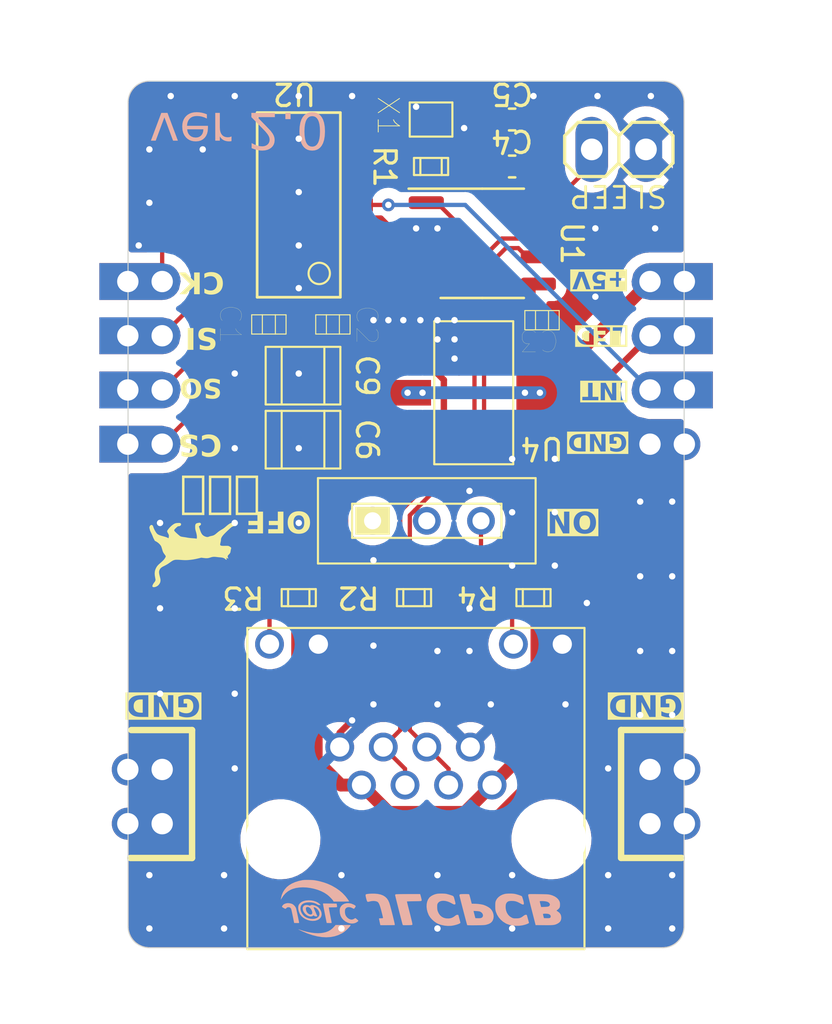
<source format=kicad_pcb>
(kicad_pcb (version 20221018) (generator pcbnew)
  (layers (0 "F.Cu" signal) (31 "B.Cu" signal) (34 "B.Paste" user) (35 "F.Paste" user) (36 "B.SilkS" user "B.Silkscreen") (37 "F.SilkS" user "F.Silkscreen") (38 "B.Mask" user) (39 "F.Mask" user) (44 "Edge.Cuts" user))
  (net 0 "")
  (net 1 "Net-(U$1-TXD)")
  (net 2 "GND")
  (net 3 "Net-(U$1-RXD)")
  (net 4 "+3V3")
  (net 5 "Net-(U$1-S)")
  (net 6 "Net-(C5-Pad1)")
  (net 7 "Net-(C4-Pad1)")
  (net 9 "Net-(R2-PadLEFT)")
  (net 10 "+5V")
  (net 11 "Net-(R3-PadRIGHT)")
  (net 12 "Net-(R4-PadLEFT)")
  (net 16 "/CS")
  (net 17 "Net-(R1-PadLEFT)")
  (net 18 "/SCK")
  (net 19 "/MOSI")
  (net 20 "/MISO")
  (net 21 "/COM_LED")
  (net 22 "/CAN-")
  (net 23 "/CAN+")
  (net 24 "/INT")
  (footprint "CANFD_module:AZ1117C" (layer "F.Cu") (at 135.2 93.4 -90)
    (fp_text reference "U4" (at 2.6 -3.2 -180 unlocked) (layer "F.SilkS"))
    (fp_text value "AZ1117CH-3.3TRG1")
    (pad "GND" smd rect (at -2.3 3.1 270) (size 1.2 2.2) (layers "F.Cu" "F.Paste" "F.Mask") (net 2 "GND"))
    (pad "INPUT" smd rect (at 2.3 3.1 270) (size 1.2 2.2) (layers "F.Cu" "F.Paste" "F.Mask") (net 10 "+5V"))
    (pad "OUTPUT" smd rect (at 0 3.1 270) (size 1.2 2.2) (layers "F.Cu" "F.Paste" "F.Mask") (net 4 "+3V3"))
    (pad "VOUT" smd rect (at 0 -3.1 270) (size 3.5 2.2) (layers "F.Cu" "F.Paste" "F.Mask") (net 4 "+3V3"))
  )
  (footprint "CANFD_module:1X04" (layer "F.Cu") (at 143.46 92 -90)
    (fp_text reference "JP2" hide)
    (fp_text value "PINHEAD(4)_RASPICO")
    (fp_poly (pts (xy -2.9465 0.007155) (xy -3.029718 0.371756) (xy -3.134575 0.538634) (xy -3.271366 0.675425) (xy -3.435167 0.778349) (xy -3.617763 0.842242) (xy -3.813611 0.864309) (xy -4.181756 0.780282) (xy -4.348634 0.675425) (xy -4.485425 0.538634) (xy -4.588349 0.374833) (xy -4.652242 0.192237) (xy -4.6735 0.003566) (xy -4.6735 -2.9435) (xy -2.9465 -2.9435)) (fill solid) (layer "F.Cu"))
    (fp_poly (pts (xy -0.4065 0.007155) (xy -0.489718 0.371756) (xy -0.594575 0.538634) (xy -0.731366 0.675425) (xy -0.895167 0.778349) (xy -1.077763 0.842242) (xy -1.273611 0.864309) (xy -1.641756 0.780282) (xy -1.808634 0.675425) (xy -1.945425 0.538634) (xy -2.048349 0.374833) (xy -2.112242 0.192237) (xy -2.1335 0.003566) (xy -2.1335 -2.9435) (xy -0.4065 -2.9435)) (fill solid) (layer "F.Cu"))
    (fp_poly (pts (xy 2.1335 0.007155) (xy 2.050282 0.371756) (xy 1.945425 0.538634) (xy 1.808634 0.675425) (xy 1.644833 0.778349) (xy 1.462237 0.842242) (xy 1.266389 0.864309) (xy 0.898244 0.780282) (xy 0.731366 0.675425) (xy 0.594575 0.538634) (xy 0.491651 0.374833) (xy 0.427758 0.192237) (xy 0.4065 0.003566) (xy 0.4065 -2.9435) (xy 2.1335 -2.9435)) (fill solid) (layer "F.Cu"))
    (fp_poly (pts (xy -2.9465 0.007155) (xy -3.029718 0.371756) (xy -3.134575 0.538634) (xy -3.271366 0.675425) (xy -3.435167 0.778349) (xy -3.617763 0.842242) (xy -3.813611 0.864309) (xy -4.181756 0.780282) (xy -4.348634 0.675425) (xy -4.485425 0.538634) (xy -4.588349 0.374833) (xy -4.652242 0.192237) (xy -4.6735 0.003566) (xy -4.6735 -2.9435) (xy -2.9465 -2.9435)) (fill solid) (layer "B.Cu"))
    (fp_poly (pts (xy -0.4065 0.007155) (xy -0.489718 0.371756) (xy -0.594575 0.538634) (xy -0.731366 0.675425) (xy -0.895167 0.778349) (xy -1.077763 0.842242) (xy -1.273611 0.864309) (xy -1.641756 0.780282) (xy -1.808634 0.675425) (xy -1.945425 0.538634) (xy -2.048349 0.374833) (xy -2.112242 0.192237) (xy -2.1335 0.003566) (xy -2.1335 -2.9435) (xy -0.4065 -2.9435)) (fill solid) (layer "B.Cu"))
    (fp_poly (pts (xy 2.1335 0.007155) (xy 2.050282 0.371756) (xy 1.945425 0.538634) (xy 1.808634 0.675425) (xy 1.644833 0.778349) (xy 1.462237 0.842242) (xy 1.266389 0.864309) (xy 0.898244 0.780282) (xy 0.731366 0.675425) (xy 0.594575 0.538634) (xy 0.491651 0.374833) (xy 0.427758 0.192237) (xy 0.4065 0.003566) (xy 0.4065 -2.9435) (xy 2.1335 -2.9435)) (fill solid) (layer "B.Cu"))
    (pad "PIN1" thru_hole circle (at -3.81 0 270) (size 1.5 1.5) (drill 1) (layers "*.Cu" "*.Mask") (net 10 "+5V"))
    (pad "PIN1_" thru_hole circle (at -3.81 -1.61 270) (size 1.5 1.5) (drill 1) (layers "*.Cu" "*.Mask") (net 10 "+5V"))
    (pad "PIN2" thru_hole circle (at -1.27 0 270) (size 1.5 1.5) (drill 1) (layers "*.Cu" "*.Mask") (net 21 "/COM_LED"))
    (pad "PIN2_" thru_hole circle (at -1.27 -1.61 270) (size 1.5 1.5) (drill 1) (layers "*.Cu" "*.Mask") (net 21 "/COM_LED"))
    (pad "PIN3" thru_hole circle (at 1.27 0 270) (size 1.5 1.5) (drill 1) (layers "*.Cu" "*.Mask") (net 24 "/INT"))
    (pad "PIN3_" thru_hole circle (at 1.27 -1.61 270) (size 1.5 1.5) (drill 1) (layers "*.Cu" "*.Mask") (net 24 "/INT"))
    (pad "PIN4" thru_hole circle (at 3.81 0 270) (size 1.5 1.5) (drill 1) (layers "*.Cu" "*.Mask") (net 2 "GND"))
    (pad "PIN4_" thru_hole circle (at 3.81 -1.61 270) (size 1.5 1.5) (drill 1) (layers "*.Cu" "*.Mask") (net 2 "GND"))
  )
  (footprint "Capacitor_SMD:C_0603_1608Metric_Pad1.08x0.95mm_HandSolder" (layer "F.Cu") (at 137 82.8)
    (fp_text reference "C4" (at 0 -1.2 180 unlocked) (layer "F.SilkS"))
    (fp_text value "GRM0225C1E6R0BA03L")
    (pad "1" smd roundrect (at -0.8625 0) (size 1.075 0.95) (layers "F.Cu" "F.Paste" "F.Mask") (net 7 "Net-(C4-Pad1)"))
    (pad "2" smd roundrect (at 0.8625 0) (size 1.075 0.95) (layers "F.Cu" "F.Paste" "F.Mask") (net 2 "GND"))
  )
  (footprint "Package_SO:SOP-8_3.9x4.9mm_P1.27mm" (layer "F.Cu") (at 135.6 86.4)
    (fp_text reference "U1" (at 4.2 0 -90 unlocked) (layer "F.SilkS"))
    (fp_text value "MCP2558FD" hide)
    (pad "1" smd roundrect (at -2.625 -1.905) (size 1.65 0.6) (layers "F.Cu" "F.Paste" "F.Mask") (net 1 "Net-(U$1-TXD)"))
    (pad "2" smd roundrect (at -2.625 -0.635) (size 1.65 0.6) (layers "F.Cu" "F.Paste" "F.Mask") (net 2 "GND"))
    (pad "3" smd roundrect (at -2.625 0.635) (size 1.65 0.6) (layers "F.Cu" "F.Paste" "F.Mask") (net 10 "+5V"))
    (pad "4" smd roundrect (at -2.625 1.905) (size 1.65 0.6) (layers "F.Cu" "F.Paste" "F.Mask") (net 3 "Net-(U$1-RXD)"))
    (pad "5" smd roundrect (at 2.625 1.905) (size 1.65 0.6) (layers "F.Cu" "F.Paste" "F.Mask") (net 4 "+3V3"))
    (pad "6" smd roundrect (at 2.625 0.635) (size 1.65 0.6) (layers "F.Cu" "F.Paste" "F.Mask") (net 22 "/CAN-"))
    (pad "7" smd roundrect (at 2.625 -0.635) (size 1.65 0.6) (layers "F.Cu" "F.Paste" "F.Mask") (net 23 "/CAN+"))
    (pad "8" smd roundrect (at 2.625 -1.905) (size 1.65 0.6) (layers "F.Cu" "F.Paste" "F.Mask") (net 5 "Net-(U$1-S)"))
  )
  (footprint "CANFD_module:MCP2517FD" (layer "F.Cu") (at 129.7 88.41 90)
    (fp_text reference "U2" (at 9.01 -2.9 180 unlocked) (layer "F.SilkS"))
    (fp_text value "MCP2517FD")
    (pad "CLKO/SOF" smd rect (at 2.54 0 90) (size 0.6 1.55) (layers "F.Cu" "F.Paste" "F.Mask"))
    (pad "INT" smd rect (at 3.81 0 90) (size 0.6 1.55) (layers "F.Cu" "F.Paste" "F.Mask") (net 24 "/INT"))
    (pad "INT0/GPIO0" smd rect (at 6.35 -5.4 90) (size 0.6 1.55) (layers "F.Cu" "F.Paste" "F.Mask"))
    (pad "INT1/GPIO1" smd rect (at 7.62 -5.4 90) (size 0.6 1.55) (layers "F.Cu" "F.Paste" "F.Mask"))
    (pad "NCS" smd rect (at 1.27 -5.4 90) (size 0.6 1.55) (layers "F.Cu" "F.Paste" "F.Mask") (net 16 "/CS"))
    (pad "OSC1" smd rect (at 6.35 0 90) (size 0.6 1.55) (layers "F.Cu" "F.Paste" "F.Mask") (net 6 "Net-(C5-Pad1)"))
    (pad "OSC2" smd rect (at 5.08 0 90) (size 0.6 1.55) (layers "F.Cu" "F.Paste" "F.Mask") (net 17 "Net-(R1-PadLEFT)"))
    (pad "RXCAN" smd rect (at 1.27 0 90) (size 0.6 1.55) (layers "F.Cu" "F.Paste" "F.Mask") (net 3 "Net-(U$1-RXD)"))
    (pad "SCK" smd rect (at 5.08 -5.4 90) (size 0.6 1.55) (layers "F.Cu" "F.Paste" "F.Mask") (net 18 "/SCK"))
    (pad "SDI" smd rect (at 3.81 -5.4 90) (size 0.6 1.55) (layers "F.Cu" "F.Paste" "F.Mask") (net 19 "/MOSI"))
    (pad "SDO" smd rect (at 2.54 -5.4 90) (size 0.6 1.55) (layers "F.Cu" "F.Paste" "F.Mask") (net 20 "/MISO"))
    (pad "TXCAN" smd rect (at 0 0 90) (size 0.6 1.55) (layers "F.Cu" "F.Paste" "F.Mask") (net 1 "Net-(U$1-TXD)"))
    (pad "VDD" smd rect (at 0 -5.4 90) (size 0.6 1.55) (layers "F.Cu" "F.Paste" "F.Mask") (net 4 "+3V3"))
    (pad "VSS" smd rect (at 7.62 0 90) (size 0.6 1.55) (layers "F.Cu" "F.Paste" "F.Mask") (net 2 "GND"))
  )
  (footprint "CANFD_module:CR0603" (layer "F.Cu") (at 127 103 180)
    (fp_text reference "R3" (at 2.6 0 180 unlocked) (layer "F.SilkS"))
    (fp_text value "150")
    (pad "LEFT" smd rect (at -1 0 180) (size 1 1.2) (layers "F.Cu" "F.Paste" "F.Mask") (net 21 "/COM_LED"))
    (pad "RIGHT" smd rect (at 1 0 180) (size 1 1.2) (layers "F.Cu" "F.Paste" "F.Mask") (net 11 "Net-(R3-PadRIGHT)"))
  )
  (footprint "CANFD_module:1X02" (layer "F.Cu") (at 142 82 180)
    (fp_text reference "SLEEP" (at 2.4 -1.6 180 unlocked) (layer "F.SilkS") (effects (font (thickness 0.127)) (justify right bottom)))
    (fp_text value "PINHD-1X2")
    (pad "1" thru_hole oval (at -1.27 0 270) (size 3.048 1.524) (drill 1.016) (layers "*.Cu" "*.Mask") (net 2 "GND"))
    (pad "2" thru_hole oval (at 1.27 0 270) (size 3.048 1.524) (drill 1.016) (layers "*.Cu" "*.Mask") (net 5 "Net-(U$1-S)"))
  )
  (footprint "Capacitor_SMD:C_0603_1608Metric_Pad1.08x0.95mm_HandSolder" (layer "F.Cu") (at 137 80.6)
    (fp_text reference "C5" (at 0 -1.2 180 unlocked) (layer "F.SilkS"))
    (fp_text value "GRM0225C1E6R0BA03L")
    (pad "1" smd roundrect (at -0.8625 0) (size 1.075 0.95) (layers "F.Cu" "F.Paste" "F.Mask") (net 6 "Net-(C5-Pad1)"))
    (pad "2" smd roundrect (at 0.8625 0) (size 1.075 0.95) (layers "F.Cu" "F.Paste" "F.Mask") (net 2 "GND"))
  )
  (footprint "CANFD_module:1X04" (layer "F.Cu") (at 120.6 92 90)
    (fp_text reference "JP3" hide)
    (fp_text value "PINHEAD(4)_RASPICO")
    (fp_poly (pts (xy -2.9465 0.007155) (xy -3.029718 0.371756) (xy -3.134575 0.538634) (xy -3.271366 0.675425) (xy -3.435167 0.778349) (xy -3.617763 0.842242) (xy -3.813611 0.864309) (xy -4.181756 0.780282) (xy -4.348634 0.675425) (xy -4.485425 0.538634) (xy -4.588349 0.374833) (xy -4.652242 0.192237) (xy -4.6735 0.003566) (xy -4.6735 -2.9435) (xy -2.9465 -2.9435)) (fill solid) (layer "F.Cu"))
    (fp_poly (pts (xy -0.4065 0.007155) (xy -0.489718 0.371756) (xy -0.594575 0.538634) (xy -0.731366 0.675425) (xy -0.895167 0.778349) (xy -1.077763 0.842242) (xy -1.273611 0.864309) (xy -1.641756 0.780282) (xy -1.808634 0.675425) (xy -1.945425 0.538634) (xy -2.048349 0.374833) (xy -2.112242 0.192237) (xy -2.1335 0.003566) (xy -2.1335 -2.9435) (xy -0.4065 -2.9435)) (fill solid) (layer "F.Cu"))
    (fp_poly (pts (xy 2.1335 0.007155) (xy 2.050282 0.371756) (xy 1.945425 0.538634) (xy 1.808634 0.675425) (xy 1.644833 0.778349) (xy 1.462237 0.842242) (xy 1.266389 0.864309) (xy 0.898244 0.780282) (xy 0.731366 0.675425) (xy 0.594575 0.538634) (xy 0.491651 0.374833) (xy 0.427758 0.192237) (xy 0.4065 0.003566) (xy 0.4065 -2.9435) (xy 2.1335 -2.9435)) (fill solid) (layer "F.Cu"))
    (fp_poly (pts (xy 4.6735 0.007155) (xy 4.590282 0.371756) (xy 4.485425 0.538634) (xy 4.348634 0.675425) (xy 4.184833 0.778349) (xy 4.002237 0.842242) (xy 3.806389 0.864309) (xy 3.438244 0.780282) (xy 3.271366 0.675425) (xy 3.134575 0.538634) (xy 3.031651 0.374833) (xy 2.967758 0.192237) (xy 2.9465 0.003566) (xy 2.9465 -2.9435) (xy 4.6735 -2.9435)) (fill solid) (layer "F.Cu"))
    (fp_poly (pts (xy -2.9465 0.007155) (xy -3.029718 0.371756) (xy -3.134575 0.538634) (xy -3.271366 0.675425) (xy -3.435167 0.778349) (xy -3.617763 0.842242) (xy -3.813611 0.864309) (xy -4.181756 0.780282) (xy -4.348634 0.675425) (xy -4.485425 0.538634) (xy -4.588349 0.374833) (xy -4.652242 0.192237) (xy -4.6735 0.003566) (xy -4.6735 -2.9435) (xy -2.9465 -2.9435)) (fill solid) (layer "B.Cu"))
    (fp_poly (pts (xy -0.4065 0.007155) (xy -0.489718 0.371756) (xy -0.594575 0.538634) (xy -0.731366 0.675425) (xy -0.895167 0.778349) (xy -1.077763 0.842242) (xy -1.273611 0.864309) (xy -1.641756 0.780282) (xy -1.808634 0.675425) (xy -1.945425 0.538634) (xy -2.048349 0.374833) (xy -2.112242 0.192237) (xy -2.1335 0.003566) (xy -2.1335 -2.9435) (xy -0.4065 -2.9435)) (fill solid) (layer "B.Cu"))
    (fp_poly (pts (xy 2.1335 0.007155) (xy 2.050282 0.371756) (xy 1.945425 0.538634) (xy 1.808634 0.675425) (xy 1.644833 0.778349) (xy 1.462237 0.842242) (xy 1.266389 0.864309) (xy 0.898244 0.780282) (xy 0.731366 0.675425) (xy 0.594575 0.538634) (xy 0.491651 0.374833) (xy 0.427758 0.192237) (xy 0.4065 0.003566) (xy 0.4065 -2.9435) (xy 2.1335 -2.9435)) (fill solid) (layer "B.Cu"))
    (fp_poly (pts (xy 4.6735 0.007155) (xy 4.590282 0.371756) (xy 4.485425 0.538634) (xy 4.348634 0.675425) (xy 4.184833 0.778349) (xy 4.002237 0.842242) (xy 3.806389 0.864309) (xy 3.438244 0.780282) (xy 3.271366 0.675425) (xy 3.134575 0.538634) (xy 3.031651 0.374833) (xy 2.967758 0.192237) (xy 2.9465 0.003566) (xy 2.9465 -2.9435) (xy 4.6735 -2.9435)) (fill solid) (layer "B.Cu"))
    (pad "PIN1" thru_hole circle (at -3.81 0 90) (size 1.5 1.5) (drill 1) (layers "*.Cu" "*.Mask") (net 16 "/CS"))
    (pad "PIN1_" thru_hole circle (at -3.81 -1.61 90) (size 1.5 1.5) (drill 1) (layers "*.Cu" "*.Mask") (net 16 "/CS"))
    (pad "PIN2" thru_hole circle (at -1.27 0 90) (size 1.5 1.5) (drill 1) (layers "*.Cu" "*.Mask") (net 20 "/MISO"))
    (pad "PIN2_" thru_hole circle (at -1.27 -1.61 90) (size 1.5 1.5) (drill 1) (layers "*.Cu" "*.Mask") (net 20 "/MISO"))
    (pad "PIN3" thru_hole circle (at 1.27 0 90) (size 1.5 1.5) (drill 1) (layers "*.Cu" "*.Mask") (net 19 "/MOSI"))
    (pad "PIN3_" thru_hole circle (at 1.27 -1.61 90) (size 1.5 1.5) (drill 1) (layers "*.Cu" "*.Mask") (net 19 "/MOSI"))
    (pad "PIN4" thru_hole circle (at 3.81 0 90) (size 1.5 1.5) (drill 1) (layers "*.Cu" "*.Mask") (net 18 "/SCK"))
    (pad "PIN4_" thru_hole circle (at 3.81 -1.61 90) (size 1.5 1.5) (drill 1) (layers "*.Cu" "*.Mask") (net 18 "/SCK"))
  )
  (footprint "CANFD_module:MTJ-88ARX1-LH" (layer "F.Cu") (at 126.14 114.32)
    (fp_text reference "RJ45_1" hide)
    (fp_text value "MTJ-88ARX1-LH" hide)
    (pad "" np_thru_hole circle (at 0 0) (size 3.25 3.25) (drill 3.25) (layers "*.Cu" "*.Mask"))
    (pad "" np_thru_hole circle (at 12.7 0) (size 3.25 3.25) (drill 3.25) (layers "*.Cu" "*.Mask"))
    (pad "1" thru_hole circle (at 9.92 -2.54) (size 1.35 1.35) (drill 0.9) (layers "*.Cu" "*.Mask") (net 10 "+5V"))
    (pad "2" thru_hole circle (at 8.9 -4.32) (size 1.35 1.35) (drill 0.9) (layers "*.Cu" "*.Mask") (net 2 "GND"))
    (pad "3" thru_hole circle (at 7.88 -2.54) (size 1.35 1.35) (drill 0.9) (layers "*.Cu" "*.Mask") (net 22 "/CAN-"))
    (pad "4" thru_hole circle (at 6.86 -4.32) (size 1.35 1.35) (drill 0.9) (layers "*.Cu" "*.Mask") (net 22 "/CAN-"))
    (pad "5" thru_hole circle (at 5.84 -2.54) (size 1.35 1.35) (drill 0.9) (layers "*.Cu" "*.Mask") (net 23 "/CAN+"))
    (pad "6" thru_hole circle (at 4.82 -4.32) (size 1.35 1.35) (drill 0.9) (layers "*.Cu" "*.Mask") (net 23 "/CAN+"))
    (pad "7" thru_hole circle (at 3.8 -2.54) (size 1.35 1.35) (drill 0.9) (layers "*.Cu" "*.Mask") (net 10 "+5V"))
    (pad "8" thru_hole circle (at 2.78 -4.32) (size 1.35 1.35) (drill 0.9) (layers "*.Cu" "*.Mask") (net 2 "GND"))
    (pad "LED1_A" thru_hole circle (at -0.51 -9.14) (size 1.35 1.35) (drill 0.9) (layers "*.Cu" "*.Mask") (net 11 "Net-(R3-PadRIGHT)"))
    (pad "LED1_K" thru_hole circle (at 1.78 -9.14) (size 1.35 1.35) (drill 0.9) (layers "*.Cu" "*.Mask") (net 2 "GND"))
    (pad "LED2_A" thru_hole circle (at 10.92 -9.14) (size 1.35 1.35) (drill 0.9) (layers "*.Cu" "*.Mask") (net 12 "Net-(R4-PadLEFT)"))
    (pad "LED2_K" thru_hole circle (at 13.21 -9.14) (size 1.35 1.35) (drill 0.9) (layers "*.Cu" "*.Mask") (net 2 "GND"))
  )
  (footprint "CANFD_module:CR0603" (layer "F.Cu") (at 138 103)
    (fp_text reference "R4" (at -2.6 0 180 unlocked) (layer "F.SilkS"))
    (fp_text value "150")
    (pad "LEFT" smd rect (at -1 0) (size 1 1.2) (layers "F.Cu" "F.Paste" "F.Mask") (net 12 "Net-(R4-PadLEFT)"))
    (pad "RIGHT" smd rect (at 1 0) (size 1 1.2) (layers "F.Cu" "F.Paste" "F.Mask") (net 10 "+5V"))
  )
  (footprint "CANFD_module:GCM188L81H104KA57" (layer "F.Cu") (at 125.6 90.2)
    (fp_text reference "C1" (at -2.4 -1 -90 unlocked) (layer "F.SilkS") (effects (font (thickness 0.008)) (justify left bottom)))
    (fp_text value "GCM188L81H104KA57" hide)
    (pad "P$1" smd rect (at -0.7 0) (size 0.7 0.8) (layers "F.Cu" "F.Paste" "F.Mask") (net 4 "+3V3"))
    (pad "P$2" smd rect (at 0.7 0) (size 0.7 0.8) (layers "F.Cu" "F.Paste" "F.Mask") (net 2 "GND"))
  )
  (footprint "CANFD_module:XRCGB40M000F4M00R0" (layer "F.Cu") (at 133.2 80.6 180)
    (fp_text reference "X1" (at 2.6 -0.8 270 unlocked) (layer "F.SilkS") (effects (font (thickness 0.04)) (justify right bottom)))
    (fp_text value "XRCGB40M000F4M01R0")
    (pad "1" smd rect (at -0.675 0.5 180) (size 0.75 0.7) (layers "F.Cu" "F.Paste" "F.Mask") (net 6 "Net-(C5-Pad1)"))
    (pad "2" smd rect (at 0.675 -0.5 180) (size 0.75 0.7) (layers "F.Cu" "F.Paste" "F.Mask") (net 7 "Net-(C4-Pad1)"))
    (pad "NC1" smd rect (at -0.675 -0.5 180) (size 0.75 0.7) (layers "F.Cu" "F.Paste" "F.Mask") (net 2 "GND"))
    (pad "NC2" smd rect (at 0.675 0.5 180) (size 0.75 0.7) (layers "F.Cu" "F.Paste" "F.Mask") (net 2 "GND"))
  )
  (footprint "CANFD_module:3225M" (layer "F.Cu") (at 127.2 95.6 180)
    (fp_text reference "C6" (at -3 0 270 unlocked) (layer "F.SilkS"))
    (fp_text value "GRM32ER71E226KE15" hide)
    (pad "L" smd rect (at -1.7 0 180) (size 1.2 2.3) (layers "F.Cu" "F.Paste" "F.Mask") (net 10 "+5V"))
    (pad "R" smd rect (at 1.7 0 180) (size 1.2 2.3) (layers "F.Cu" "F.Paste" "F.Mask") (net 2 "GND"))
  )
  (footprint "CANFD_module:CR0603" (layer "F.Cu") (at 132.4 103 180)
    (fp_text reference "R2" (at 2.6 0 180 unlocked) (layer "F.SilkS"))
    (fp_text value "120Ω")
    (pad "LEFT" smd rect (at -1 0 180) (size 1 1.2) (layers "F.Cu" "F.Paste" "F.Mask") (net 9 "Net-(R2-PadLEFT)"))
    (pad "RIGHT" smd rect (at 1 0 180) (size 1 1.2) (layers "F.Cu" "F.Paste" "F.Mask") (net 23 "/CAN+"))
  )
  (footprint "CANFD_module:3225M" (layer "F.Cu") (at 127.2 92.6 180)
    (fp_text reference "C9" (at -3 0 270 unlocked) (layer "F.SilkS"))
    (fp_text value "GRM32ER71E226KE15")
    (pad "L" smd rect (at -1.7 0 180) (size 1.2 2.3) (layers "F.Cu" "F.Paste" "F.Mask") (net 4 "+3V3"))
    (pad "R" smd rect (at 1.7 0 180) (size 1.2 2.3) (layers "F.Cu" "F.Paste" "F.Mask") (net 2 "GND"))
  )
  (footprint "CANFD_module:CR0603" (layer "F.Cu") (at 133.2 82.8)
    (fp_text reference "R1" (at -2.174269 0.005812 -90 unlocked) (layer "F.SilkS"))
    (fp_text value "0")
    (pad "LEFT" smd rect (at -1 0) (size 1 1.2) (layers "F.Cu" "F.Paste" "F.Mask") (net 17 "Net-(R1-PadLEFT)"))
    (pad "RIGHT" smd rect (at 1 0) (size 1 1.2) (layers "F.Cu" "F.Paste" "F.Mask") (net 7 "Net-(C4-Pad1)"))
  )
  (footprint "CANFD_module:hinyata" (layer "F.Cu") (at 122 101 180)
    (fp_text reference "G***" hide)
    (fp_text value "LOGO" hide)
  )
  (footprint "CANFD_module:SS-12SDP2" (layer "F.Cu") (at 133 99.4)
    (fp_text reference "SW1" hide)
    (fp_text value "SS-12SDP2")
    (pad "C" thru_hole circle (at 0 0) (size 1.3 1.3) (drill 0.8) (layers "*.Cu" "*.Mask") (net 22 "/CAN-"))
    (pad "L" thru_hole circle (at -2.54 0) (size 1.3 1.3) (drill 0.8) (layers "*.Cu" "*.Mask"))
    (pad "R" thru_hole circle (at 2.54 0) (size 1.3 1.3) (drill 0.8) (layers "*.Cu" "*.Mask") (net 9 "Net-(R2-PadLEFT)"))
  )
  (footprint "CANFD_module:PINHEAD_2_RASPICO" (layer "F.Cu") (at 143.46 112.32 -90)
    (fp_text reference "JP5" hide)
    (fp_text value "PINHEAD(2)_RASPICO")
    (pad "PIN1" thru_hole circle (at -1.27 0 270) (size 1.5 1.5) (drill 1) (layers "*.Cu" "*.Mask") (net 2 "GND"))
    (pad "PIN1_" thru_hole circle (at -1.27 -1.61 270) (size 1.5 1.5) (drill 1) (layers "*.Cu" "*.Mask") (net 2 "GND"))
    (pad "PIN2" thru_hole circle (at 1.27 0 270) (size 1.5 1.5) (drill 1) (layers "*.Cu" "*.Mask") (net 2 "GND"))
    (pad "PIN2_" thru_hole circle (at 1.27 -1.61 270) (size 1.5 1.5) (drill 1) (layers "*.Cu" "*.Mask") (net 2 "GND"))
  )
  (footprint "CANFD_module:PINHEAD_2_RASPICO" (layer "F.Cu") (at 120.6 112.32 90)
    (fp_text reference "JP4" hide)
    (fp_text value "PINHEAD(2)_RASPICO")
    (pad "PIN1" thru_hole circle (at -1.27 0 90) (size 1.5 1.5) (drill 1) (layers "*.Cu" "*.Mask") (net 2 "GND"))
    (pad "PIN1_" thru_hole circle (at -1.27 -1.61 90) (size 1.5 1.5) (drill 1) (layers "*.Cu" "*.Mask") (net 2 "GND"))
    (pad "PIN2" thru_hole circle (at 1.27 0 90) (size 1.5 1.5) (drill 1) (layers "*.Cu" "*.Mask") (net 2 "GND"))
    (pad "PIN2_" thru_hole circle (at 1.27 -1.61 90) (size 1.5 1.5) (drill 1) (layers "*.Cu" "*.Mask") (net 2 "GND"))
  )
  (footprint "CANFD_module:GCM188L81H104KA57" (layer "F.Cu") (at 138.4 90)
    (fp_text reference "C3" (at 0.843289 0.362027 180 unlocked) (layer "F.SilkS") (effects (font (thickness 0.008)) (justify left bottom)))
    (fp_text value "GCM188L81H104KA57")
    (pad "P$1" smd rect (at -0.7 0) (size 0.7 0.8) (layers "F.Cu" "F.Paste" "F.Mask") (net 4 "+3V3"))
    (pad "P$2" smd rect (at 0.7 0) (size 0.7 0.8) (layers "F.Cu" "F.Paste" "F.Mask") (net 2 "GND"))
  )
  (footprint "CANFD_module:GCM188L81H104KA57" (layer "F.Cu") (at 128.6 90.2 180)
    (fp_text reference "C2" (at -1 -1 270 unlocked) (layer "F.SilkS") (effects (font (thickness 0.008)) (justify right bottom)))
    (fp_text value "GCM188L81H104KA57" hide)
    (pad "P$1" smd rect (at -0.7 0 180) (size 0.7 0.8) (layers "F.Cu" "F.Paste" "F.Mask") (net 10 "+5V"))
    (pad "P$2" smd rect (at 0.7 0 180) (size 0.7 0.8) (layers "F.Cu" "F.Paste" "F.Mask") (net 2 "GND"))
  )
  (footprint "CANFD_module:JLCPCB" (layer "B.Cu") (at 132.8 117)
    (fp_text reference "G***" hide)
    (fp_text value "LOGO" hide)
  )
  (gr_line (start 122 109.2028) (end 119.1552 109.2028) (stroke (width 0.3)) (layer "F.SilkS"))
  (gr_line (start 119.1044 115.1972) (end 122 115.1972) (stroke (width 0.3)) (layer "F.SilkS"))
  (gr_line (start 145 109.2) (end 142.1044 109.2) (stroke (width 0.3)) (layer "F.SilkS"))
  (gr_line (start 142.1044 109.2) (end 142.1044 115.1944) (stroke (width 0.3)) (layer "F.SilkS"))
  (gr_line (start 142.1044 115.1944) (end 144.9492 115.1944) (stroke (width 0.3)) (layer "F.SilkS"))
  (gr_line (start 122 115.1972) (end 122 109.2028) (stroke (width 0.3)) (layer "F.SilkS"))
  (gr_line (start 119 118.4) (end 119 79.8) (stroke (width 0.05)) (layer "Edge.Cuts"))
  (gr_arc (start 120 119.4) (mid 119.292893 119.107107) (end 119 118.4) (stroke (width 0.05)) (layer "Edge.Cuts"))
  (gr_arc (start 119 79.8) (mid 119.292893 79.092893) (end 120 78.8) (stroke (width 0.05)) (layer "Edge.Cuts"))
  (gr_arc (start 144.06 78.8) (mid 144.767107 79.092893) (end 145.06 79.8) (stroke (width 0.05)) (layer "Edge.Cuts"))
  (gr_arc (start 145.06 118.4) (mid 144.767107 119.107107) (end 144.06 119.4) (stroke (width 0.05)) (layer "Edge.Cuts"))
  (gr_line (start 145.06 79.8) (end 145.06 118.4) (stroke (width 0.05)) (layer "Edge.Cuts"))
  (gr_line (start 144.06 119.4) (end 120 119.4) (stroke (width 0.05)) (layer "Edge.Cuts"))
  (gr_line (start 120 78.8) (end 144.06 78.8) (stroke (width 0.05)) (layer "Edge.Cuts"))
  (gr_text "ver 2.0" (at 120 80 180) (layer "B.SilkS") (effects (font (size 1.7 1.7) (thickness 0.25) italic) (justify left bottom mirror)))
  (gr_text "SO" (at 123.4 92.6 180) (layer "F.SilkS") (effects (font (size 0.9 0.9) (thickness 0.2) bold italic) (justify left bottom)))
  (gr_text "GND" (at 145 107.4 180) (layer "F.SilkS" knockout) (effects (font (size 1 1) (thickness 0.2) bold italic) (justify left bottom)))
  (gr_text "LED" (at 142.4 90.2 180) (layer "F.SilkS" knockout) (effects (font (size 0.8 0.8) (thickness 0.2) bold italic) (justify left bottom)))
  (gr_text "CS" (at 123.4 95.2 180) (layer "F.SilkS") (effects (font (size 1 1) (thickness 0.25) bold italic) (justify left bottom)))
  (gr_text "SI" (at 123.2 90.2 180) (layer "F.SilkS") (effects (font (size 1 1) (thickness 0.2) bold italic) (justify left bottom)))
  (gr_text "GND" (at 142.4 95.2 180) (layer "F.SilkS" knockout) (effects (font (size 0.8 0.8) (thickness 0.2) bold italic) (justify left bottom)))
  (gr_text "ひなた" (at 125.2 97.4 180) (layer "F.SilkS") (effects (font (size 1.5 1.5) (thickness 0.1)) (justify left bottom)))
  (gr_text "OFF" (at 127.6 98.8 180) (layer "F.SilkS") (effects (font (size 1 1) (thickness 0.2) bold italic) (justify left bottom)))
  (gr_text "GND" (at 122.4 107.4 180) (layer "F.SilkS" knockout) (effects (font (size 1 1) (thickness 0.2) bold italic) (justify left bottom)))
  (gr_text "+5V" (at 142.4 87.6 180) (layer "F.SilkS" knockout) (effects (font (size 0.8 0.8) (thickness 0.2) bold italic) (justify left bottom)))
  (gr_text "ON" (at 141 98.8 180) (layer "F.SilkS" knockout) (effects (font (size 1 1) (thickness 0.2) bold italic) (justify left bottom)))
  (gr_text "INT" (at 142.4 92.8 180) (layer "F.SilkS" knockout) (effects (font (size 0.8 0.8) (thickness 0.2) bold italic) (justify left bottom)))
  (gr_text "CK" (at 123.513926 87.594901 180) (layer "F.SilkS") (effects (font (size 1 1) (thickness 0.2) bold italic) (justify left bottom)))
  (segment (start 130.63 89.34) (end 133.59 89.34) (width 0.2) (layer "F.Cu") (net 1))
  (segment (start 133.475 84.495) (end 132.975 84.495) (width 0.2) (layer "F.Cu") (net 1))
  (segment (start 134.371426 88.558574) (end 134.371426 85.391426) (width 0.2) (layer "F.Cu") (net 1))
  (segment (start 133.59 89.34) (end 134.371426 88.558574) (width 0.2) (layer "F.Cu") (net 1))
  (segment (start 134.371426 85.391426) (end 133.475 84.495) (width 0.2) (layer "F.Cu") (net 1))
  (segment (start 129.7 88.41) (end 130.63 89.34) (width 0.2) (layer "F.Cu") (net 1))
  (segment (start 143.46 95.81) (end 144.735 95.81) (width 0.6) (layer "F.Cu") (net 2))
  (segment (start 128.92 110) (end 128.92 109.33) (width 0.3) (layer "F.Cu") (net 2))
  (segment (start 128.92 109.33) (end 129.5 108.75) (width 0.3) (layer "F.Cu") (net 2))
  (via (at 129 116) (size 0.6) (drill 0.3) (layers "F.Cu" "B.Cu") (net 2))
  (via (at 124 107.5) (size 0.6) (drill 0.3) (layers "F.Cu" "B.Cu") (net 2))
  (via (at 143.7 85.7) (size 0.6) (drill 0.3) (layers "F.Cu" "B.Cu") (net 2))
  (via (at 140.9 85.7) (size 0.6) (drill 0.3) (layers "F.Cu" "B.Cu") (net 2))
  (via (at 120.5 107.5) (size 0.6) (drill 0.3) (layers "F.Cu" "B.Cu") (net 2))
  (via (at 119.5 86.5) (size 0.6) (drill 0.3) (layers "F.Cu" "B.Cu") (net 2))
  (via (at 132.5 85.7) (size 0.6) (drill 0.3) (layers "F.Cu" "B.Cu") (net 2))
  (via (at 137 116) (size 0.6) (drill 0.3) (layers "F.Cu" "B.Cu") (net 2))
  (via (at 124 103.5) (size 0.6) (drill 0.3) (layers "F.Cu" "B.Cu") (net 2))
  (via (at 143 102) (size 0.6) (drill 0.3) (layers "F.Cu" "B.Cu") (net 2))
  (via (at 122.5 82) (size 0.6) (drill 0.3) (layers "F.Cu" "B.Cu") (net 2))
  (via (at 136 108) (size 0.6) (drill 0.3) (layers "F.Cu" "B.Cu") (net 2))
  (via (at 132.5 80) (size 0.6) (drill 0.3) (layers "F.Cu" "B.Cu") (net 2))
  (via (at 130.5 101.25) (size 0.6) (drill 0.3) (layers "F.Cu" "B.Cu") (net 2))
  (via (at 144.5 108.5) (size 0.6) (drill 0.3) (layers "F.Cu" "B.Cu") (net 2))
  (via (at 130.5 108) (size 0.6) (drill 0.3) (layers "F.Cu" "B.Cu") (net 2))
  (via (at 127 84) (size 0.6) (drill 0.3) (layers "F.Cu" "B.Cu") (net 2))
  (via (at 129.5 108.75) (size 0.6) (drill 0.3) (layers "F.Cu" "B.Cu") (net 2))
  (via (at 124 111) (size 0.6) (drill 0.3) (layers "F.Cu" "B.Cu") (net 2))
  (via (at 143 108.5) (size 0.6) (drill 0.3) (layers "F.Cu" "B.Cu") (net 2))
  (via (at 134.3 90.9) (size 0.6) (drill 0.3) (layers "F.Cu" "B.Cu") (net 2))
  (via (at 141.5 118.5) (size 0.6) (drill 0.3) (layers "F.Cu" "B.Cu") (net 2))
  (via (at 141.5 116) (size 0.6) (drill 0.3) (layers "F.Cu" "B.Cu") (net 2))
  (via (at 140.5 103.25) (size 0.6) (drill 0.3) (layers "F.Cu" "B.Cu") (net 2))
  (via (at 135 98) (size 0.6) (drill 0.3) (layers "F.Cu" "B.Cu") (net 2))
  (via (at 144.5 105.5) (size 0.6) (drill 0.3) (layers "F.Cu" "B.Cu") (net 2))
  (via (at 127 92.5) (size 0.6) (drill 0.3) (layers "F.Cu" "B.Cu") (net 2))
  (via (at 143 98.5) (size 0.6) (drill 0.3) (layers "F.Cu" "B.Cu") (net 2))
  (via (at 121 79.5) (size 0.6) (drill 0.3) (layers "F.Cu" "B.Cu") (net 2))
  (via (at 133.5 90) (size 0.6) (drill 0.3) (layers "F.Cu" "B.Cu") (net 2))
  (via (at 144.5 102) (size 0.6) (drill 0.3) (layers "F.Cu" "B.Cu") (net 2))
  (via (at 132.7 90) (size 0.6) (drill 0.3) (layers "F.Cu" "B.Cu") (net 2))
  (via (at 134.3 91.8) (size 0.6) (drill 0.3) (layers "F.Cu" "B.Cu") (net 2))
  (via (at 120.5 99.5) (size 0.6) (drill 0.3) (layers "F.Cu" "B.Cu") (net 2))
  (via (at 120.5 103.5) (size 0.6) (drill 0.3) (layers "F.Cu" "B.Cu") (net 2))
  (via (at 124 79.5) (size 0.6) (drill 0.3) (layers "F.Cu" "B.Cu") (net 2))
  (via (at 133.5 90.9) (size 0.6) (drill 0.3) (layers "F.Cu" "B.Cu") (net 2))
  (via (at 133.5 105.5) (size 0.6) (drill 0.3) (layers "F.Cu" "B.Cu") (net 2))
  (via (at 127 81.5) (size 0.6) (drill 0.3) (layers "F.Cu" "B.Cu") (net 2))
  (via (at 123.5 116) (size 0.6) (drill 0.3) (layers "F.Cu" "B.Cu") (net 2))
  (via (at 129 118.5) (size 0.6) (drill 0.3) (layers "F.Cu" "B.Cu") (net 2))
  (via (at 133.5 116) (size 0.6) (drill 0.3) (layers "F.Cu" "B.Cu") (net 2))
  (via (at 124 99.5) (size 0.6) (drill 0.3) (layers "F.Cu" "B.Cu") (net 2))
  (via (at 144.5 98.5) (size 0.6) (drill 0.3) (layers "F.Cu" "B.Cu") (net 2))
  (via (at 127 86.5) (size 0.6) (drill 0.3) (layers "F.Cu" "B.Cu") (net 2))
  (via (at 137 118.5) (size 0.6) (drill 0.3) (layers "F.Cu" "B.Cu") (net 2))
  (via (at 134.75 81) (size 0.6) (drill 0.3) (layers "F.Cu" "B.Cu") (net 2))
  (via (at 139.5 108) (size 0.6) (drill 0.3) (layers "F.Cu" "B.Cu") (net 2))
  (via (at 120 118.5) (size 0.6) (drill 0.3) (layers "F.Cu" "B.Cu") (net 2))
  (via (at 137 101.5) (size 0.6) (drill 0.3) (layers "F.Cu" "B.Cu") (net 2))
  (via (at 120 82) (size 0.6) (drill 0.3) (layers "F.Cu" "B.Cu") (net 2))
  (via (at 143 105.5) (size 0.6) (drill 0.3) (layers "F.Cu" "B.Cu") (net 2))
  (via (at 138 79.5) (size 0.6) (drill 0.3) (layers "F.Cu" "B.Cu") (net 2))
  (via (at 133.5 108) (size 0.6) (drill 0.3) (layers "F.Cu" "B.Cu") (net 2))
  (via (at 130.5 90) (size 0.6) (drill 0.3) (layers "F.Cu" "B.Cu") (net 2))
  (via (at 127 99.5) (size 0.6) (drill 0.3) (layers "F.Cu" "B.Cu") (net 2))
  (via (at 143.5 79.5) (size 0.6) (drill 0.3) (layers "F.Cu" "B.Cu") (net 2))
  (via (at 141.5 111) (size 0.6) (drill 0.3) (layers "F.Cu" "B.Cu") (net 2))
  (via (at 127 88.5) (size 0.6) (drill 0.3) (layers "F.Cu" "B.Cu") (net 2))
  (via (at 131.2 90) (size 0.6) (drill 0.3) (layers "F.Cu" "B.Cu") (net 2))
  (via (at 124 92.5) (size 0.6) (drill 0.3) (layers "F.Cu" "B.Cu") (net 2))
  (via (at 130.5 105.25) (size 0.6) (drill 0.3) (layers "F.Cu" "B.Cu") (net 2))
  (via (at 135 105.5) (size 0.6) (drill 0.3) (layers "F.Cu" "B.Cu") (net 2))
  (via (at 139 96.5) (size 0.6) (drill 0.3) (layers "F.Cu" "B.Cu") (net 2))
  (via (at 141 79.5) (size 0.6) (drill 0.3) (layers "F.Cu" "B.Cu") (net 2))
  (via (at 133.5 118.5) (size 0.6) (drill 0.3) (layers "F.Cu" "B.Cu") (net 2))
  (via (at 127 96) (size 0.6) (drill 0.3) (layers "F.Cu" "B.Cu") (net 2))
  (via (at 129.5 79.5) (size 0.6) (drill 0.3) (layers "F.Cu" "B.Cu") (net 2))
  (via (at 123.5 118.5) (size 0.6) (drill 0.3) (layers "F.Cu" "B.Cu") (net 2))
  (via (at 131.9 90) (size 0.6) (drill 0.3) (layers "F.Cu" "B.Cu") (net 2))
  (via (at 134.3 90) (size 0.6) (drill 0.3) (layers "F.Cu" "B.Cu") (net 2))
  (via (at 139 101.5) (size 0.6) (drill 0.3) (layers "F.Cu" "B.Cu") (net 2))
  (via (at 139 99) (size 0.6) (drill 0.3) (layers "F.Cu" "B.Cu") (net 2))
  (via (at 135 103.5) (size 0.6) (drill 0.3) (layers "F.Cu" "B.Cu") (net 2))
  (via (at 144.5 118.5) (size 0.6) (drill 0.3) (layers "F.Cu" "B.Cu") (net 2))
  (via (at 133.5 85.7) (size 0.6) (drill 0.3) (layers "F.Cu" "B.Cu") (net 2))
  (via (at 140.9 88.9) (size 0.6) (drill 0.3) (layers "F.Cu" "B.Cu") (net 2))
  (via (at 137 96.5) (size 0.6) (drill 0.3) (layers "F.Cu" "B.Cu") (net 2))
  (via (at 144.5 116) (size 0.6) (drill 0.3) (layers "F.Cu" "B.Cu") (net 2))
  (via (at 124 96) (size 0.6) (drill 0.3) (layers "F.Cu" "B.Cu") (net 2))
  (via (at 120 116) (size 0.6) (drill 0.3) (layers "F.Cu" "B.Cu") (net 2))
  (via (at 137 99) (size 0.6) (drill 0.3) (layers "F.Cu" "B.Cu") (net 2))
  (via (at 120 84.5) (size 0.6) (drill 0.3) (layers "F.Cu" "B.Cu") (net 2))
  (via (at 127 79.5) (size 0.6) (drill 0.3) (layers "F.Cu" "B.Cu") (net 2))
  (segment (start 131.34 88.305) (end 132.975 88.305) (width 0.2) (layer "F.Cu") (net 3))
  (segment (start 130.175 87.14) (end 131.34 88.305) (width 0.2) (layer "F.Cu") (net 3))
  (segment (start 129.7 87.14) (end 130.175 87.14) (width 0.2) (layer "F.Cu") (net 3))
  (segment (start 124.373 90.973) (end 127.273 90.973) (width 0.3) (layer "F.Cu") (net 4))
  (segment (start 124.2 89.7) (end 124.2 90.8) (width 0.3) (layer "F.Cu") (net 4))
  (segment (start 127.273 90.973) (end 128.9 92.6) (width 0.3) (layer "F.Cu") (net 4))
  (segment (start 129.7 93.4) (end 128.9 92.6) (width 0.6) (layer "F.Cu") (net 4))
  (segment (start 124.2 89.7) (end 124.25 89.7) (width 0.3) (layer "F.Cu") (net 4))
  (segment (start 124.75 90.2) (end 124.9 90.2) (width 0.3) (layer "F.Cu") (net 4))
  (segment (start 124.3 88.41) (end 124.2 88.51) (width 0.3) (layer "F.Cu") (net 4))
  (segment (start 137.7 90) (end 138 89.7) (width 0.2) (layer "F.Cu") (net 4))
  (segment (start 137.8 92.9) (end 137.8 90.1) (width 0.6) (layer "F.Cu") (net 4))
  (segment (start 138 89.7) (end 138 88.53) (width 0.2) (layer "F.Cu") (net 4))
  (segment (start 132.1 93.4) (end 129.7 93.4) (width 0.6) (layer "F.Cu") (net 4))
  (segment (start 138.3 93.4) (end 137.8 92.9) (width 0.6) (layer "F.Cu") (net 4))
  (segment (start 124.2 88.51) (end 124.2 89.7) (width 0.3) (layer "F.Cu") (net 4))
  (segment (start 124.25 89.7) (end 124.75 90.2) (width 0.3) (layer "F.Cu") (net 4))
  (segment (start 138 88.53) (end 138.225 88.305) (width 0.2) (layer "F.Cu") (net 4))
  (segment (start 137.8 90.1) (end 137.7 90) (width 0.6) (layer "F.Cu") (net 4))
  (segment (start 124.2 90.8) (end 124.373 90.973) (width 0.3) (layer "F.Cu") (net 4))
  (via (at 132.8 93.4) (size 0.6) (drill 0.3) (layers "F.Cu" "B.Cu") (net 4))
  (via (at 132.1 93.4) (size 0.6) (drill 0.3) (layers "F.Cu" "B.Cu") (net 4))
  (via (at 138.3 93.4) (size 0.6) (drill 0.3) (layers "F.Cu" "B.Cu") (net 4))
  (via (at 137.6 93.4) (size 0.6) (drill 0.3) (layers "F.Cu" "B.Cu") (net 4))
  (segment (start 132.1 93.4) (end 132.8 93.4) (width 0.6) (layer "B.Cu") (net 4))
  (segment (start 132.8 93.4) (end 137.6 93.4) (width 0.6) (layer "B.Cu") (net 4))
  (segment (start 137.6 93.4) (end 138.3 93.4) (width 0.6) (layer "B.Cu") (net 4))
  (segment (start 138.225 84.495) (end 138.945 84.495) (width 0.2) (layer "F.Cu") (net 5))
  (segment (start 140.73 82.71) (end 140.73 82) (width 0.2) (layer "F.Cu") (net 5))
  (segment (start 138.945 84.495) (end 140.73 82.71) (width 0.2) (layer "F.Cu") (net 5))
  (segment (start 131.97 79.28) (end 131.34 79.91) (width 0.2) (layer "F.Cu") (net 6))
  (segment (start 131.34 80.99) (end 130.27 82.06) (width 0.2) (layer "F.Cu") (net 6))
  (segment (start 133.875 80.1) (end 133.055 79.28) (width 0.2) (layer "F.Cu") (net 6))
  (segment (start 130.27 82.06) (end 129.7 82.06) (width 0.2) (layer "F.Cu") (net 6))
  (segment (start 133.875 80.1) (end 135.6375 80.1) (width 0.2) (layer "F.Cu") (net 6))
  (segment (start 131.34 79.91) (end 131.34 80.99) (width 0.2) (layer "F.Cu") (net 6))
  (segment (start 135.6375 80.1) (end 136.1375 80.6) (width 0.2) (layer "F.Cu") (net 6))
  (segment (start 133.055 79.28) (end 131.97 79.28) (width 0.2) (layer "F.Cu") (net 6))
  (segment (start 132.525 81.125) (end 134.2 82.8) (width 0.2) (layer "F.Cu") (net 7))
  (segment (start 132.525 81.1) (end 132.525 81.125) (width 0.2) (layer "F.Cu") (net 7))
  (segment (start 134.2 82.8) (end 136.1375 82.8) (width 0.2) (layer "F.Cu") (net 7))
  (segment (start 135.54 100.86) (end 133.4 103) (width 0.2) (layer "F.Cu") (net 9))
  (segment (start 135.54 99.4) (end 135.54 100.86) (width 0.2) (layer "F.Cu") (net 9))
  (segment (start 131.22 113.06) (end 134.78 113.06) (width 0.6) (layer "F.Cu") (net 10))
  (segment (start 128.9 95.6) (end 129.022 95.722) (width 0.6) (layer "F.Cu") (net 10))
  (segment (start 136.06 111.78) (end 138.162 109.678) (width 0.6) (layer "F.Cu") (net 10))
  (segment (start 130.877 92.2) (end 133.2 92.2) (width 0.3) (layer "F.Cu") (net 10))
  (segment (start 130.842218 85.242218) (end 132.635 87.035) (width 0.3) (layer "F.Cu") (net 10))
  (segment (start 129.022 106.978) (end 127.818 108.182) (width 0.6) (layer "F.Cu") (net 10))
  (segment (start 132.635 87.035) (end 132.975 87.035) (width 0.3) (layer "F.Cu") (net 10))
  (segment (start 129 95.7) (end 128.9 95.6) (width 0.6) (layer "F.Cu") (net 10))
  (segment (start 140.320593 91.329407) (end 143.46 88.19) (width 0.6) (layer "F.Cu") (net 10))
  (segment (start 129.022 95.722) (end 129.022 106.978) (width 0.6) (layer "F.Cu") (net 10))
  (segment (start 128.976002 111.78) (end 129.94 111.78) (width 0.6) (layer "F.Cu") (net 10))
  (segment (start 127.818 110.621998) (end 128.976002 111.78) (width 0.6) (layer "F.Cu") (net 10))
  (segment (start 138.162 103.838) (end 139 103) (width 0.6) (layer "F.Cu") (net 10))
  (segment (start 139 103) (end 140.320593 101.679407) (width 0.6) (layer "F.Cu") (net 10))
  (segment (start 128.307419 85.633581) (end 128.698782 85.242218) (width 0.3) (layer "F.Cu") (net 10))
  (segment (start 134.78 113.06) (end 136.06 111.78) (width 0.6) (layer "F.Cu") (net 10))
  (segment (start 128.307419 89.207419) (end 128.307419 85.633581) (width 0.3) (layer "F.Cu") (net 10))
  (segment (start 132.1 95.7) (end 129 95.7) (width 0.6) (layer "F.Cu") (net 10))
  (segment (start 127.818 108.182) (end 127.818 110.621998) (width 0.6) (layer "F.Cu") (net 10))
  (segment (start 138.162 109.678) (end 138.162 103.838) (width 0.6) (layer "F.Cu") (net 10))
  (segment (start 129.94 111.78) (end 131.22 113.06) (width 0.6) (layer "F.Cu") (net 10))
  (segment (start 133.2 92.2) (end 133.8 92.8) (width 0.3) (layer "F.Cu") (net 10))
  (segment (start 129.3 90.623) (end 130.877 92.2) (width 0.3) (layer "F.Cu") (net 10))
  (segment (start 143.46 88.19) (end 144.735 88.19) (width 0.6) (layer "F.Cu") (net 10))
  (segment (start 129.3 90.2) (end 129.3 90.623) (width 0.3) (layer "F.Cu") (net 10))
  (segment (start 129.3 90.2) (end 128.307419 89.207419) (width 0.3) (layer "F.Cu") (net 10))
  (segment (start 140.320593 101.679407) (end 140.320593 91.329407) (width 0.6) (layer "F.Cu") (net 10))
  (segment (start 128.698782 85.242218) (end 130.842218 85.242218) (width 0.3) (layer "F.Cu") (net 10))
  (segment (start 133.8 92.8) (end 133.8 94.6) (width 0.3) (layer "F.Cu") (net 10))
  (segment (start 133.8 94.6) (end 132.7 95.7) (width 0.3) (layer "F.Cu") (net 10))
  (segment (start 132.7 95.7) (end 132.1 95.7) (width 0.3) (layer "F.Cu") (net 10))
  (segment (start 125.63 105.18) (end 125.63 103.37) (width 0.2) (layer "F.Cu") (net 11))
  (segment (start 125.63 103.37) (end 126 103) (width 0.2) (layer "F.Cu") (net 11))
  (segment (start 137 103) (end 137 105.12) (width 0.2) (layer "F.Cu") (net 12))
  (segment (start 137 105.12) (end 137.06 105.18) (width 0.2) (layer "F.Cu") (net 12))
  (segment (start 120.6 95.81) (end 119.325 95.81) (width 0.6) (layer "F.Cu") (net 16))
  (segment (start 124.041 87.14) (end 124.3 87.14) (width 0.2) (layer "F.Cu") (net 16))
  (segment (start 123.15 88.031) (end 124.041 87.14) (width 0.2) (layer "F.Cu") (net 16))
  (segment (start 123.15 93.26) (end 123.15 88.031) (width 0.2) (layer "F.Cu") (net 16))
  (segment (start 120.6 95.81) (end 123.15 93.26) (width 0.2) (layer "F.Cu") (net 16))
  (segment (start 131.67 83.33) (end 132.2 82.8) (width 0.2) (layer "F.Cu") (net 17))
  (segment (start 129.7 83.33) (end 131.67 83.33) (width 0.2) (layer "F.Cu") (net 17))
  (segment (start 124.3 83.33) (end 123.26 83.33) (width 0.2) (layer "F.Cu") (net 18))
  (segment (start 120.6 85.99) (end 120.6 88.19) (width 0.2) (layer "F.Cu") (net 18))
  (segment (start 120.6 88.19) (end 119.325 88.19) (width 0.6) (layer "F.Cu") (net 18))
  (segment (start 123.26 83.33) (end 120.6 85.99) (width 0.2) (layer "F.Cu") (net 18))
  (segment (start 120.6 90.73) (end 119.325 90.73) (width 0.6) (layer "F.Cu") (net 19))
  (segment (start 123.45 84.6) (end 122.05 86) (width 0.2) (layer "F.Cu") (net 19))
  (segment (start 122.05 89.28) (end 120.6 90.73) (width 0.2) (layer "F.Cu") (net 19))
  (segment (start 122.05 86) (end 122.05 89.28) (width 0.2) (layer "F.Cu") (net 19))
  (segment (start 124.3 84.6) (end 123.45 84.6) (width 0.2) (layer "F.Cu") (net 19))
  (segment (start 122.56 86.66) (end 122.56 91.31) (width 0.2) (layer "F.Cu") (net 20))
  (segment (start 123.35 85.87) (end 122.56 86.66) (width 0.2) (layer "F.Cu") (net 20))
  (segment (start 124.3 85.87) (end 123.35 85.87) (width 0.2) (layer "F.Cu") (net 20))
  (segment (start 120.6 93.27) (end 119.325 93.27) (width 0.6) (layer "F.Cu") (net 20))
  (segment (start 122.56 91.31) (end 120.6 93.27) (width 0.2) (layer "F.Cu") (net 20))
  (segment (start 126.8 104.2) (end 126.8 111.8) (width 0.3) (layer "F.Cu") (net 21))
  (segment (start 141.6 107.8) (end 141.6 92.59) (width 0.3) (layer "F.Cu") (net 21))
  (segment (start 126.8 111.8) (end 129 114) (width 0.3) (layer "F.Cu") (net 21))
  (segment (start 129 114) (end 135.4 114) (width 0.3) (layer "F.Cu") (net 21))
  (segment (start 135.4 114) (end 141.6 107.8) (width 0.3) (layer "F.Cu") (net 21))
  (segment (start 143.46 90.73) (end 144.735 90.73) (width 0.6) (layer "F.Cu") (net 21))
  (segment (start 141.6 92.59) (end 143.46 90.73) (width 0.3) (layer "F.Cu") (net 21))
  (segment (start 128 103) (end 126.8 104.2) (width 0.3) (layer "F.Cu") (net 21))
  (segment (start 134.02 111.02) (end 134.02 111.78) (width 0.2) (layer "F.Cu") (net 22))
  (segment (start 132.205001 99.143199) (end 132.4491 98.8991) (width 0.2) (layer "F.Cu") (net 22))
  (segment (start 137.29 86.625) (end 137.7 87.035) (width 0.2) (layer "F.Cu") (net 22))
  (segment (start 135.685 87.6432) (end 136.7032 86.625) (width 0.2) (layer "F.Cu") (net 22))
  (segment (start 132.4991 98.8991) (end 133 99.4) (width 0.2) (layer "F.Cu") (net 22))
  (segment (start 133 110) (end 134.02 111.02) (width 0.2) (layer "F.Cu") (net 22))
  (segment (start 132.4491 98.8991) (end 132.4991 98.8991) (width 0.2) (layer "F.Cu") (net 22))
  (segment (start 136.7032 86.625) (end 137.29 86.625) (width 0.2) (layer "F.Cu") (net 22))
  (segment (start 133 110) (end 132.205001 109.205001) (width 0.2) (layer "F.Cu") (net 22))
  (segment (start 137.7 87.035) (end 138.225 87.035) (width 0.2) (layer "F.Cu") (net 22))
  (segment (start 135.685 95.6632) (end 135.685 87.6432) (width 0.2) (layer "F.Cu") (net 22))
  (segment (start 132.205001 109.205001) (end 132.205001 99.143199) (width 0.2) (layer "F.Cu") (net 22))
  (segment (start 132.4491 98.8991) (end 135.685 95.6632) (width 0.2) (layer "F.Cu") (net 22))
  (segment (start 130.96 110) (end 131.754999 109.205001) (width 0.2) (layer "F.Cu") (net 23))
  (segment (start 135.235 87.4568) (end 136.5168 86.175) (width 0.2) (layer "F.Cu") (net 23))
  (segment (start 131.734999 103) (end 131.754999 103.02) (width 0.2) (layer "F.Cu") (net 23))
  (segment (start 131.4 103) (end 131.734999 103) (width 0.2) (layer "F.Cu") (net 23))
  (segment (start 137.29 86.175) (end 137.7 85.765) (width 0.2) (layer "F.Cu") (net 23))
  (segment (start 136.5168 86.175) (end 137.29 86.175) (width 0.2) (layer "F.Cu") (net 23))
  (segment (start 131.754999 109.205001) (end 131.754999 103.02) (width 0.2) (layer "F.Cu") (net 23))
  (segment (start 131.754999 103.02) (end 131.754999 98.956801) (width 0.2) (layer "F.Cu") (net 23))
  (segment (start 131.98 111.02) (end 131.98 111.78) (width 0.2) (layer "F.Cu") (net 23))
  (segment (start 131.754999 98.956801) (end 135.235 95.4768) (width 0.2) (layer "F.Cu") (net 23))
  (segment (start 130.96 110) (end 131.98 111.02) (width 0.2) (layer "F.Cu") (net 23))
  (segment (start 135.235 95.4768) (end 135.235 87.4568) (width 0.2) (layer "F.Cu") (net 23))
  (segment (start 137.7 85.765) (end 138.225 85.765) (width 0.2) (layer "F.Cu") (net 23))
  (segment (start 143.46 93.27) (end 144.735 93.27) (width 0.6) (layer "F.Cu") (net 24))
  (segment (start 143.46 93.27) (end 143.46 93.06) (width 0.2) (layer "F.Cu") (net 24))
  (segment (start 129.7 84.6) (end 131.2 84.6) (width 0.2) (layer "F.Cu") (net 24))
  (via (at 131.2 84.6) (size 0.6) (drill 0.3) (layers "F.Cu" "B.Cu") (net 24))
  (segment (start 134.8 84.6) (end 143.46 93.26) (width 0.2) (layer "B.Cu") (net 24))
  (segment (start 143.46 93.26) (end 143.46 93.27) (width 0.2) (layer "B.Cu") (net 24))
  (segment (start 131.2 84.6) (end 134.8 84.6) (width 0.2) (layer "B.Cu") (net 24))
  (zone (net 0) (net_name "") (layer "F.Cu") (connect_pads (clearance 0)) (min_thickness 0.25)
    (keepout (tracks allowed) (vias allowed) (pads allowed) (copperpour not_allowed) (footprints allowed))
    (fill (thermal_gap 0.5) (thermal_bridge_width 0.5))
    (polygon (pts (xy 137 82.5) (xy 136.5 82.5) (xy 136.5 80.5) (xy 137 80.6)))
  )
  (zone (net 0) (net_name "") (layer "F.Cu") (name "GND") (connect_pads (clearance 0)) (min_thickness 0.25)
    (keepout (tracks allowed) (vias allowed) (pads allowed) (copperpour not_allowed) (footprints allowed))
    (fill (thermal_gap 0.5) (thermal_bridge_width 0.5))
    (polygon (pts (xy 137 78) (xy 137 80) (xy 136.5 80) (xy 136.5 78)))
  )
  (zone (net 0) (net_name "") (layer "F.Cu") (name "GND") (connect_pads (clearance 0)) (min_thickness 0.25)
    (keepout (tracks allowed) (vias allowed) (pads allowed) (copperpour not_allowed) (footprints allowed))
    (fill (thermal_gap 0.5) (thermal_bridge_width 0.5))
    (polygon (pts (xy 137 83.5) (xy 137.5 84) (xy 137 84.5) (xy 136.5 84)))
  )
  (zone (net 0) (net_name "") (layer "F.Cu") (connect_pads (clearance 0)) (min_thickness 0.25)
    (keepout (tracks allowed) (vias allowed) (pads allowed) (copperpour not_allowed) (footprints allowed))
    (fill (thermal_gap 0.5) (thermal_bridge_width 0.5))
    (polygon (pts (xy 132.5 99) (xy 132.5 102) (xy 134 102) (xy 135.5 101) (xy 135.5 99)))
  )
  (zone (net 0) (net_name "") (layer "F.Cu") (connect_pads (clearance 0)) (min_thickness 0.25)
    (keepout (tracks not_allowed) (vias allowed) (pads allowed) (copperpour not_allowed) (footprints allowed))
    (fill (thermal_gap 0.5) (thermal_bridge_width 0.5))
    (polygon (pts (xy 137 95.5) (xy 136 95.5) (xy 136 94.5) (xy 137 94.5)))
  )
  (zone (net 2) (net_name "GND") (layers "F&B.Cu") (connect_pads yes (clearance 0.5)) (min_thickness 0.25) (fill yes (thermal_gap 0.5) (thermal_bridge_width 0.5))
    (polygon (pts (xy 113 75) (xy 113 123) (xy 152 123) (xy 152 75)))
  )
)
</source>
